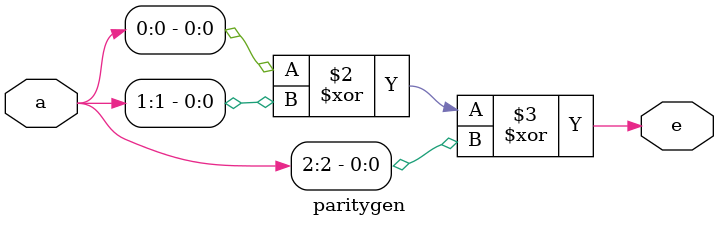
<source format=v>
`timescale 1ns / 1ps


module paritygen(e,a);
input [2:0]a;
output reg e;
always @ *
begin
e=a[0]^a[1]^a[2];
end
endmodule


</source>
